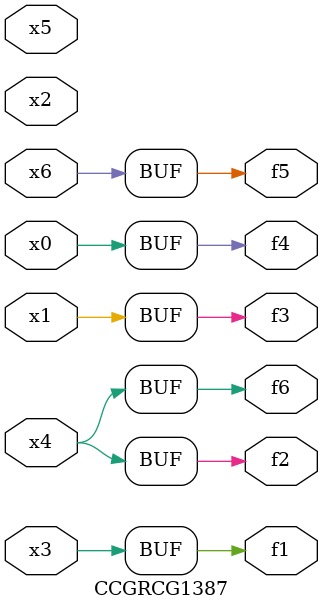
<source format=v>
module CCGRCG1387(
	input x0, x1, x2, x3, x4, x5, x6,
	output f1, f2, f3, f4, f5, f6
);
	assign f1 = x3;
	assign f2 = x4;
	assign f3 = x1;
	assign f4 = x0;
	assign f5 = x6;
	assign f6 = x4;
endmodule

</source>
